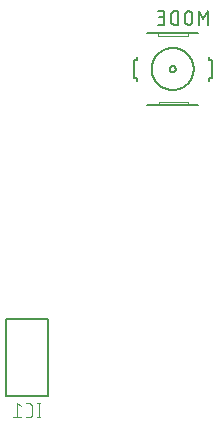
<source format=gbr>
G04 EAGLE Gerber RS-274X export*
G75*
%MOMM*%
%FSLAX34Y34*%
%LPD*%
%INSilkscreen Bottom*%
%IPPOS*%
%AMOC8*
5,1,8,0,0,1.08239X$1,22.5*%
G01*
%ADD10C,0.203200*%
%ADD11C,0.101600*%
%ADD12C,0.152400*%
%ADD13C,0.050800*%
%ADD14C,0.127000*%


D10*
X220980Y312170D02*
X185420Y312170D01*
X185420Y246630D01*
X220980Y246630D01*
X220980Y312170D01*
D11*
X212923Y240284D02*
X212923Y228600D01*
X214221Y228600D02*
X211624Y228600D01*
X211624Y240284D02*
X214221Y240284D01*
X204461Y228600D02*
X201864Y228600D01*
X204461Y228600D02*
X204560Y228602D01*
X204660Y228608D01*
X204759Y228617D01*
X204857Y228630D01*
X204955Y228647D01*
X205053Y228668D01*
X205149Y228693D01*
X205244Y228721D01*
X205338Y228753D01*
X205431Y228788D01*
X205523Y228827D01*
X205613Y228870D01*
X205701Y228915D01*
X205788Y228965D01*
X205872Y229017D01*
X205955Y229073D01*
X206035Y229131D01*
X206113Y229193D01*
X206188Y229258D01*
X206261Y229326D01*
X206331Y229396D01*
X206399Y229469D01*
X206464Y229544D01*
X206526Y229622D01*
X206584Y229702D01*
X206640Y229785D01*
X206692Y229869D01*
X206742Y229956D01*
X206787Y230044D01*
X206830Y230134D01*
X206869Y230226D01*
X206904Y230319D01*
X206936Y230413D01*
X206964Y230508D01*
X206989Y230604D01*
X207010Y230702D01*
X207027Y230800D01*
X207040Y230898D01*
X207049Y230997D01*
X207055Y231097D01*
X207057Y231196D01*
X207057Y237688D01*
X207055Y237787D01*
X207049Y237887D01*
X207040Y237986D01*
X207027Y238084D01*
X207010Y238182D01*
X206989Y238280D01*
X206964Y238376D01*
X206936Y238471D01*
X206904Y238565D01*
X206869Y238658D01*
X206830Y238750D01*
X206787Y238840D01*
X206742Y238928D01*
X206692Y239015D01*
X206640Y239099D01*
X206584Y239182D01*
X206526Y239262D01*
X206464Y239340D01*
X206399Y239415D01*
X206331Y239488D01*
X206261Y239558D01*
X206188Y239626D01*
X206113Y239691D01*
X206035Y239753D01*
X205955Y239811D01*
X205872Y239867D01*
X205788Y239919D01*
X205701Y239969D01*
X205613Y240014D01*
X205523Y240057D01*
X205431Y240096D01*
X205338Y240131D01*
X205244Y240163D01*
X205149Y240191D01*
X205053Y240216D01*
X204955Y240237D01*
X204857Y240254D01*
X204759Y240267D01*
X204660Y240276D01*
X204560Y240282D01*
X204461Y240284D01*
X201864Y240284D01*
X197499Y237688D02*
X194254Y240284D01*
X194254Y228600D01*
X197499Y228600D02*
X191008Y228600D01*
D12*
X293180Y515880D02*
X295720Y515880D01*
X293180Y515880D02*
X293180Y531120D01*
X295720Y531120D01*
X356680Y531120D02*
X359220Y531120D01*
X359220Y515880D01*
X356680Y515880D01*
D13*
X338900Y551440D02*
X338900Y553980D01*
X338900Y551440D02*
X313500Y551440D01*
X313500Y553980D01*
X314770Y495560D02*
X338900Y495560D01*
X314770Y495560D02*
X314770Y493020D01*
X338900Y493020D02*
X338900Y495560D01*
D12*
X338900Y493020D02*
X347790Y493020D01*
X313500Y553980D02*
X304610Y553980D01*
X313500Y553980D02*
X338900Y553980D01*
X347790Y553980D01*
X338900Y493020D02*
X314770Y493020D01*
X304610Y493020D01*
X295720Y513340D02*
X295720Y515880D01*
X295720Y531120D02*
X295720Y533660D01*
X356680Y515880D02*
X356680Y513340D01*
X356680Y531120D02*
X356680Y533660D01*
X308420Y523500D02*
X308425Y523936D01*
X308441Y524372D01*
X308468Y524808D01*
X308506Y525243D01*
X308554Y525676D01*
X308612Y526109D01*
X308682Y526540D01*
X308762Y526969D01*
X308852Y527396D01*
X308953Y527820D01*
X309064Y528242D01*
X309186Y528661D01*
X309317Y529077D01*
X309459Y529490D01*
X309611Y529899D01*
X309773Y530304D01*
X309945Y530705D01*
X310127Y531102D01*
X310318Y531494D01*
X310519Y531881D01*
X310730Y532264D01*
X310950Y532641D01*
X311179Y533012D01*
X311416Y533378D01*
X311663Y533738D01*
X311919Y534092D01*
X312183Y534439D01*
X312456Y534780D01*
X312737Y535113D01*
X313026Y535440D01*
X313323Y535760D01*
X313628Y536072D01*
X313940Y536377D01*
X314260Y536674D01*
X314587Y536963D01*
X314920Y537244D01*
X315261Y537517D01*
X315608Y537781D01*
X315962Y538037D01*
X316322Y538284D01*
X316688Y538521D01*
X317059Y538750D01*
X317436Y538970D01*
X317819Y539181D01*
X318206Y539382D01*
X318598Y539573D01*
X318995Y539755D01*
X319396Y539927D01*
X319801Y540089D01*
X320210Y540241D01*
X320623Y540383D01*
X321039Y540514D01*
X321458Y540636D01*
X321880Y540747D01*
X322304Y540848D01*
X322731Y540938D01*
X323160Y541018D01*
X323591Y541088D01*
X324024Y541146D01*
X324457Y541194D01*
X324892Y541232D01*
X325328Y541259D01*
X325764Y541275D01*
X326200Y541280D01*
X326636Y541275D01*
X327072Y541259D01*
X327508Y541232D01*
X327943Y541194D01*
X328376Y541146D01*
X328809Y541088D01*
X329240Y541018D01*
X329669Y540938D01*
X330096Y540848D01*
X330520Y540747D01*
X330942Y540636D01*
X331361Y540514D01*
X331777Y540383D01*
X332190Y540241D01*
X332599Y540089D01*
X333004Y539927D01*
X333405Y539755D01*
X333802Y539573D01*
X334194Y539382D01*
X334581Y539181D01*
X334964Y538970D01*
X335341Y538750D01*
X335712Y538521D01*
X336078Y538284D01*
X336438Y538037D01*
X336792Y537781D01*
X337139Y537517D01*
X337480Y537244D01*
X337813Y536963D01*
X338140Y536674D01*
X338460Y536377D01*
X338772Y536072D01*
X339077Y535760D01*
X339374Y535440D01*
X339663Y535113D01*
X339944Y534780D01*
X340217Y534439D01*
X340481Y534092D01*
X340737Y533738D01*
X340984Y533378D01*
X341221Y533012D01*
X341450Y532641D01*
X341670Y532264D01*
X341881Y531881D01*
X342082Y531494D01*
X342273Y531102D01*
X342455Y530705D01*
X342627Y530304D01*
X342789Y529899D01*
X342941Y529490D01*
X343083Y529077D01*
X343214Y528661D01*
X343336Y528242D01*
X343447Y527820D01*
X343548Y527396D01*
X343638Y526969D01*
X343718Y526540D01*
X343788Y526109D01*
X343846Y525676D01*
X343894Y525243D01*
X343932Y524808D01*
X343959Y524372D01*
X343975Y523936D01*
X343980Y523500D01*
X343975Y523064D01*
X343959Y522628D01*
X343932Y522192D01*
X343894Y521757D01*
X343846Y521324D01*
X343788Y520891D01*
X343718Y520460D01*
X343638Y520031D01*
X343548Y519604D01*
X343447Y519180D01*
X343336Y518758D01*
X343214Y518339D01*
X343083Y517923D01*
X342941Y517510D01*
X342789Y517101D01*
X342627Y516696D01*
X342455Y516295D01*
X342273Y515898D01*
X342082Y515506D01*
X341881Y515119D01*
X341670Y514736D01*
X341450Y514359D01*
X341221Y513988D01*
X340984Y513622D01*
X340737Y513262D01*
X340481Y512908D01*
X340217Y512561D01*
X339944Y512220D01*
X339663Y511887D01*
X339374Y511560D01*
X339077Y511240D01*
X338772Y510928D01*
X338460Y510623D01*
X338140Y510326D01*
X337813Y510037D01*
X337480Y509756D01*
X337139Y509483D01*
X336792Y509219D01*
X336438Y508963D01*
X336078Y508716D01*
X335712Y508479D01*
X335341Y508250D01*
X334964Y508030D01*
X334581Y507819D01*
X334194Y507618D01*
X333802Y507427D01*
X333405Y507245D01*
X333004Y507073D01*
X332599Y506911D01*
X332190Y506759D01*
X331777Y506617D01*
X331361Y506486D01*
X330942Y506364D01*
X330520Y506253D01*
X330096Y506152D01*
X329669Y506062D01*
X329240Y505982D01*
X328809Y505912D01*
X328376Y505854D01*
X327943Y505806D01*
X327508Y505768D01*
X327072Y505741D01*
X326636Y505725D01*
X326200Y505720D01*
X325764Y505725D01*
X325328Y505741D01*
X324892Y505768D01*
X324457Y505806D01*
X324024Y505854D01*
X323591Y505912D01*
X323160Y505982D01*
X322731Y506062D01*
X322304Y506152D01*
X321880Y506253D01*
X321458Y506364D01*
X321039Y506486D01*
X320623Y506617D01*
X320210Y506759D01*
X319801Y506911D01*
X319396Y507073D01*
X318995Y507245D01*
X318598Y507427D01*
X318206Y507618D01*
X317819Y507819D01*
X317436Y508030D01*
X317059Y508250D01*
X316688Y508479D01*
X316322Y508716D01*
X315962Y508963D01*
X315608Y509219D01*
X315261Y509483D01*
X314920Y509756D01*
X314587Y510037D01*
X314260Y510326D01*
X313940Y510623D01*
X313628Y510928D01*
X313323Y511240D01*
X313026Y511560D01*
X312737Y511887D01*
X312456Y512220D01*
X312183Y512561D01*
X311919Y512908D01*
X311663Y513262D01*
X311416Y513622D01*
X311179Y513988D01*
X310950Y514359D01*
X310730Y514736D01*
X310519Y515119D01*
X310318Y515506D01*
X310127Y515898D01*
X309945Y516295D01*
X309773Y516696D01*
X309611Y517101D01*
X309459Y517510D01*
X309317Y517923D01*
X309186Y518339D01*
X309064Y518758D01*
X308953Y519180D01*
X308852Y519604D01*
X308762Y520031D01*
X308682Y520460D01*
X308612Y520891D01*
X308554Y521324D01*
X308506Y521757D01*
X308468Y522192D01*
X308441Y522628D01*
X308425Y523064D01*
X308420Y523500D01*
X323660Y523500D02*
X323662Y523600D01*
X323668Y523701D01*
X323678Y523800D01*
X323692Y523900D01*
X323709Y523999D01*
X323731Y524097D01*
X323757Y524194D01*
X323786Y524290D01*
X323819Y524384D01*
X323856Y524478D01*
X323896Y524570D01*
X323940Y524660D01*
X323988Y524748D01*
X324039Y524835D01*
X324093Y524919D01*
X324151Y525001D01*
X324212Y525081D01*
X324276Y525158D01*
X324343Y525233D01*
X324413Y525305D01*
X324486Y525374D01*
X324561Y525440D01*
X324639Y525504D01*
X324719Y525564D01*
X324802Y525621D01*
X324887Y525674D01*
X324974Y525724D01*
X325063Y525771D01*
X325153Y525814D01*
X325245Y525854D01*
X325339Y525890D01*
X325434Y525922D01*
X325530Y525950D01*
X325628Y525975D01*
X325726Y525995D01*
X325825Y526012D01*
X325925Y526025D01*
X326024Y526034D01*
X326125Y526039D01*
X326225Y526040D01*
X326325Y526037D01*
X326426Y526030D01*
X326525Y526019D01*
X326625Y526004D01*
X326723Y525986D01*
X326821Y525963D01*
X326918Y525936D01*
X327013Y525906D01*
X327108Y525872D01*
X327201Y525834D01*
X327292Y525793D01*
X327382Y525748D01*
X327470Y525700D01*
X327556Y525648D01*
X327640Y525593D01*
X327721Y525534D01*
X327800Y525472D01*
X327877Y525408D01*
X327951Y525340D01*
X328022Y525269D01*
X328091Y525196D01*
X328156Y525120D01*
X328219Y525041D01*
X328278Y524960D01*
X328334Y524877D01*
X328387Y524792D01*
X328436Y524704D01*
X328482Y524615D01*
X328524Y524524D01*
X328563Y524431D01*
X328598Y524337D01*
X328629Y524242D01*
X328657Y524145D01*
X328680Y524048D01*
X328700Y523949D01*
X328716Y523850D01*
X328728Y523751D01*
X328736Y523650D01*
X328740Y523550D01*
X328740Y523450D01*
X328736Y523350D01*
X328728Y523249D01*
X328716Y523150D01*
X328700Y523051D01*
X328680Y522952D01*
X328657Y522855D01*
X328629Y522758D01*
X328598Y522663D01*
X328563Y522569D01*
X328524Y522476D01*
X328482Y522385D01*
X328436Y522296D01*
X328387Y522208D01*
X328334Y522123D01*
X328278Y522040D01*
X328219Y521959D01*
X328156Y521880D01*
X328091Y521804D01*
X328022Y521731D01*
X327951Y521660D01*
X327877Y521592D01*
X327800Y521528D01*
X327721Y521466D01*
X327640Y521407D01*
X327556Y521352D01*
X327470Y521300D01*
X327382Y521252D01*
X327292Y521207D01*
X327201Y521166D01*
X327108Y521128D01*
X327013Y521094D01*
X326918Y521064D01*
X326821Y521037D01*
X326723Y521014D01*
X326625Y520996D01*
X326525Y520981D01*
X326426Y520970D01*
X326325Y520963D01*
X326225Y520960D01*
X326125Y520961D01*
X326024Y520966D01*
X325925Y520975D01*
X325825Y520988D01*
X325726Y521005D01*
X325628Y521025D01*
X325530Y521050D01*
X325434Y521078D01*
X325339Y521110D01*
X325245Y521146D01*
X325153Y521186D01*
X325063Y521229D01*
X324974Y521276D01*
X324887Y521326D01*
X324802Y521379D01*
X324719Y521436D01*
X324639Y521496D01*
X324561Y521560D01*
X324486Y521626D01*
X324413Y521695D01*
X324343Y521767D01*
X324276Y521842D01*
X324212Y521919D01*
X324151Y521999D01*
X324093Y522081D01*
X324039Y522165D01*
X323988Y522252D01*
X323940Y522340D01*
X323896Y522430D01*
X323856Y522522D01*
X323819Y522616D01*
X323786Y522710D01*
X323757Y522806D01*
X323731Y522903D01*
X323709Y523001D01*
X323692Y523100D01*
X323678Y523200D01*
X323668Y523299D01*
X323662Y523400D01*
X323660Y523500D01*
D14*
X356045Y560965D02*
X356045Y572395D01*
X352235Y566045D01*
X348425Y572395D01*
X348425Y560965D01*
X342837Y564140D02*
X342837Y569220D01*
X342835Y569331D01*
X342829Y569441D01*
X342820Y569552D01*
X342806Y569662D01*
X342789Y569771D01*
X342768Y569880D01*
X342743Y569988D01*
X342714Y570095D01*
X342682Y570201D01*
X342646Y570306D01*
X342606Y570409D01*
X342563Y570511D01*
X342516Y570612D01*
X342465Y570711D01*
X342412Y570808D01*
X342355Y570902D01*
X342294Y570995D01*
X342231Y571086D01*
X342164Y571175D01*
X342094Y571261D01*
X342021Y571344D01*
X341946Y571426D01*
X341868Y571504D01*
X341786Y571579D01*
X341703Y571652D01*
X341617Y571722D01*
X341528Y571789D01*
X341437Y571852D01*
X341344Y571913D01*
X341250Y571970D01*
X341153Y572023D01*
X341054Y572074D01*
X340953Y572121D01*
X340851Y572164D01*
X340748Y572204D01*
X340643Y572240D01*
X340537Y572272D01*
X340430Y572301D01*
X340322Y572326D01*
X340213Y572347D01*
X340104Y572364D01*
X339994Y572378D01*
X339883Y572387D01*
X339773Y572393D01*
X339662Y572395D01*
X339551Y572393D01*
X339441Y572387D01*
X339330Y572378D01*
X339220Y572364D01*
X339111Y572347D01*
X339002Y572326D01*
X338894Y572301D01*
X338787Y572272D01*
X338681Y572240D01*
X338576Y572204D01*
X338473Y572164D01*
X338371Y572121D01*
X338270Y572074D01*
X338171Y572023D01*
X338075Y571970D01*
X337980Y571913D01*
X337887Y571852D01*
X337796Y571789D01*
X337707Y571722D01*
X337621Y571652D01*
X337538Y571579D01*
X337456Y571504D01*
X337378Y571426D01*
X337303Y571344D01*
X337230Y571261D01*
X337160Y571175D01*
X337093Y571086D01*
X337030Y570995D01*
X336969Y570902D01*
X336912Y570808D01*
X336859Y570711D01*
X336808Y570612D01*
X336761Y570511D01*
X336718Y570409D01*
X336678Y570306D01*
X336642Y570201D01*
X336610Y570095D01*
X336581Y569988D01*
X336556Y569880D01*
X336535Y569771D01*
X336518Y569662D01*
X336504Y569552D01*
X336495Y569441D01*
X336489Y569331D01*
X336487Y569220D01*
X336487Y564140D01*
X336489Y564029D01*
X336495Y563919D01*
X336504Y563808D01*
X336518Y563698D01*
X336535Y563589D01*
X336556Y563480D01*
X336581Y563372D01*
X336610Y563265D01*
X336642Y563159D01*
X336678Y563054D01*
X336718Y562951D01*
X336761Y562849D01*
X336808Y562748D01*
X336859Y562649D01*
X336912Y562553D01*
X336969Y562458D01*
X337030Y562365D01*
X337093Y562274D01*
X337160Y562185D01*
X337230Y562099D01*
X337303Y562016D01*
X337378Y561934D01*
X337456Y561856D01*
X337538Y561781D01*
X337621Y561708D01*
X337707Y561638D01*
X337796Y561571D01*
X337887Y561508D01*
X337980Y561447D01*
X338075Y561390D01*
X338171Y561337D01*
X338270Y561286D01*
X338371Y561239D01*
X338473Y561196D01*
X338576Y561156D01*
X338681Y561120D01*
X338787Y561088D01*
X338894Y561059D01*
X339002Y561034D01*
X339111Y561013D01*
X339220Y560996D01*
X339330Y560982D01*
X339441Y560973D01*
X339551Y560967D01*
X339662Y560965D01*
X339773Y560967D01*
X339883Y560973D01*
X339994Y560982D01*
X340104Y560996D01*
X340213Y561013D01*
X340322Y561034D01*
X340430Y561059D01*
X340537Y561088D01*
X340643Y561120D01*
X340748Y561156D01*
X340851Y561196D01*
X340953Y561239D01*
X341054Y561286D01*
X341153Y561337D01*
X341249Y561390D01*
X341344Y561447D01*
X341437Y561508D01*
X341528Y561571D01*
X341617Y561638D01*
X341703Y561708D01*
X341786Y561781D01*
X341868Y561856D01*
X341946Y561934D01*
X342021Y562016D01*
X342094Y562099D01*
X342164Y562185D01*
X342231Y562274D01*
X342294Y562365D01*
X342355Y562458D01*
X342412Y562553D01*
X342465Y562649D01*
X342516Y562748D01*
X342563Y562849D01*
X342606Y562951D01*
X342646Y563054D01*
X342682Y563159D01*
X342714Y563265D01*
X342743Y563372D01*
X342768Y563480D01*
X342789Y563589D01*
X342806Y563698D01*
X342820Y563808D01*
X342829Y563919D01*
X342835Y564029D01*
X342837Y564140D01*
X331026Y560965D02*
X331026Y572395D01*
X327851Y572395D01*
X327740Y572393D01*
X327630Y572387D01*
X327519Y572378D01*
X327409Y572364D01*
X327300Y572347D01*
X327191Y572326D01*
X327083Y572301D01*
X326976Y572272D01*
X326870Y572240D01*
X326765Y572204D01*
X326662Y572164D01*
X326560Y572121D01*
X326459Y572074D01*
X326360Y572023D01*
X326264Y571970D01*
X326169Y571913D01*
X326076Y571852D01*
X325985Y571789D01*
X325896Y571722D01*
X325810Y571652D01*
X325727Y571579D01*
X325645Y571504D01*
X325567Y571426D01*
X325492Y571344D01*
X325419Y571261D01*
X325349Y571175D01*
X325282Y571086D01*
X325219Y570995D01*
X325158Y570902D01*
X325101Y570808D01*
X325048Y570711D01*
X324997Y570612D01*
X324950Y570511D01*
X324907Y570409D01*
X324867Y570306D01*
X324831Y570201D01*
X324799Y570095D01*
X324770Y569988D01*
X324745Y569880D01*
X324724Y569771D01*
X324707Y569662D01*
X324693Y569552D01*
X324684Y569441D01*
X324678Y569331D01*
X324676Y569220D01*
X324676Y564140D01*
X324678Y564029D01*
X324684Y563919D01*
X324693Y563808D01*
X324707Y563698D01*
X324724Y563589D01*
X324745Y563480D01*
X324770Y563372D01*
X324799Y563265D01*
X324831Y563159D01*
X324867Y563054D01*
X324907Y562951D01*
X324950Y562849D01*
X324997Y562748D01*
X325048Y562649D01*
X325101Y562553D01*
X325158Y562458D01*
X325219Y562365D01*
X325282Y562274D01*
X325349Y562185D01*
X325419Y562099D01*
X325492Y562016D01*
X325567Y561934D01*
X325645Y561856D01*
X325727Y561781D01*
X325810Y561708D01*
X325896Y561638D01*
X325985Y561571D01*
X326076Y561508D01*
X326169Y561447D01*
X326264Y561390D01*
X326360Y561337D01*
X326459Y561286D01*
X326560Y561239D01*
X326662Y561196D01*
X326765Y561156D01*
X326870Y561120D01*
X326976Y561088D01*
X327083Y561059D01*
X327191Y561034D01*
X327300Y561013D01*
X327409Y560996D01*
X327519Y560982D01*
X327630Y560973D01*
X327740Y560967D01*
X327851Y560965D01*
X331026Y560965D01*
X318809Y560965D02*
X313729Y560965D01*
X318809Y560965D02*
X318809Y572395D01*
X313729Y572395D01*
X314999Y567315D02*
X318809Y567315D01*
M02*

</source>
